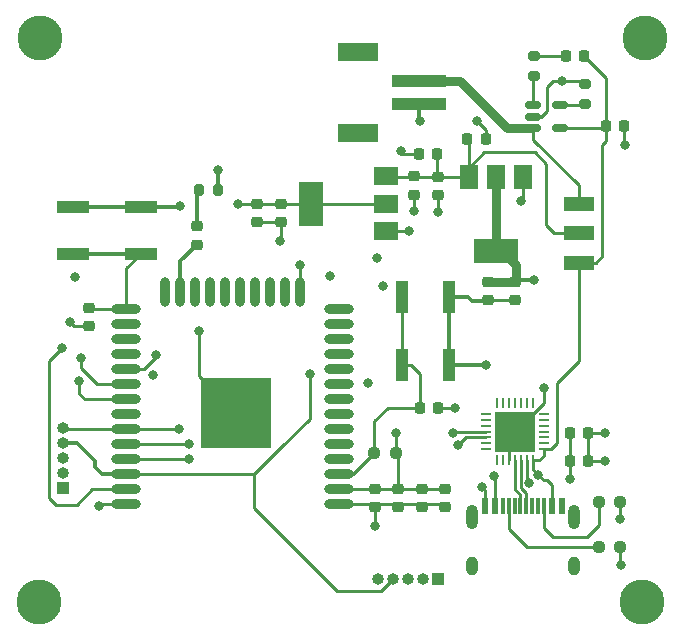
<source format=gtl>
%TF.GenerationSoftware,KiCad,Pcbnew,(6.0.8)*%
%TF.CreationDate,2023-02-13T22:42:50-05:00*%
%TF.ProjectId,miura_board,6d697572-615f-4626-9f61-72642e6b6963,rev?*%
%TF.SameCoordinates,Original*%
%TF.FileFunction,Copper,L1,Top*%
%TF.FilePolarity,Positive*%
%FSLAX46Y46*%
G04 Gerber Fmt 4.6, Leading zero omitted, Abs format (unit mm)*
G04 Created by KiCad (PCBNEW (6.0.8)) date 2023-02-13 22:42:50*
%MOMM*%
%LPD*%
G01*
G04 APERTURE LIST*
G04 Aperture macros list*
%AMRoundRect*
0 Rectangle with rounded corners*
0 $1 Rounding radius*
0 $2 $3 $4 $5 $6 $7 $8 $9 X,Y pos of 4 corners*
0 Add a 4 corners polygon primitive as box body*
4,1,4,$2,$3,$4,$5,$6,$7,$8,$9,$2,$3,0*
0 Add four circle primitives for the rounded corners*
1,1,$1+$1,$2,$3*
1,1,$1+$1,$4,$5*
1,1,$1+$1,$6,$7*
1,1,$1+$1,$8,$9*
0 Add four rect primitives between the rounded corners*
20,1,$1+$1,$2,$3,$4,$5,0*
20,1,$1+$1,$4,$5,$6,$7,0*
20,1,$1+$1,$6,$7,$8,$9,0*
20,1,$1+$1,$8,$9,$2,$3,0*%
G04 Aperture macros list end*
%TA.AperFunction,SMDPad,CuDef*%
%ADD10RoundRect,0.225000X-0.250000X0.225000X-0.250000X-0.225000X0.250000X-0.225000X0.250000X0.225000X0*%
%TD*%
%TA.AperFunction,SMDPad,CuDef*%
%ADD11R,1.500000X2.000000*%
%TD*%
%TA.AperFunction,SMDPad,CuDef*%
%ADD12R,3.800000X2.000000*%
%TD*%
%TA.AperFunction,SMDPad,CuDef*%
%ADD13RoundRect,0.200000X0.275000X-0.200000X0.275000X0.200000X-0.275000X0.200000X-0.275000X-0.200000X0*%
%TD*%
%TA.AperFunction,SMDPad,CuDef*%
%ADD14RoundRect,0.218750X-0.218750X-0.256250X0.218750X-0.256250X0.218750X0.256250X-0.218750X0.256250X0*%
%TD*%
%TA.AperFunction,SMDPad,CuDef*%
%ADD15R,2.000000X1.500000*%
%TD*%
%TA.AperFunction,SMDPad,CuDef*%
%ADD16R,2.000000X3.800000*%
%TD*%
%TA.AperFunction,ComponentPad*%
%ADD17C,3.800000*%
%TD*%
%TA.AperFunction,SMDPad,CuDef*%
%ADD18RoundRect,0.062500X0.062500X-0.337500X0.062500X0.337500X-0.062500X0.337500X-0.062500X-0.337500X0*%
%TD*%
%TA.AperFunction,SMDPad,CuDef*%
%ADD19RoundRect,0.062500X0.337500X-0.062500X0.337500X0.062500X-0.337500X0.062500X-0.337500X-0.062500X0*%
%TD*%
%TA.AperFunction,SMDPad,CuDef*%
%ADD20R,3.350000X3.350000*%
%TD*%
%TA.AperFunction,SMDPad,CuDef*%
%ADD21RoundRect,0.225000X0.225000X0.250000X-0.225000X0.250000X-0.225000X-0.250000X0.225000X-0.250000X0*%
%TD*%
%TA.AperFunction,ComponentPad*%
%ADD22R,1.000000X1.000000*%
%TD*%
%TA.AperFunction,ComponentPad*%
%ADD23O,1.000000X1.000000*%
%TD*%
%TA.AperFunction,SMDPad,CuDef*%
%ADD24RoundRect,0.225000X-0.225000X-0.250000X0.225000X-0.250000X0.225000X0.250000X-0.225000X0.250000X0*%
%TD*%
%TA.AperFunction,SMDPad,CuDef*%
%ADD25R,1.000000X2.750000*%
%TD*%
%TA.AperFunction,SMDPad,CuDef*%
%ADD26O,2.500000X0.900000*%
%TD*%
%TA.AperFunction,SMDPad,CuDef*%
%ADD27O,0.900000X2.500000*%
%TD*%
%TA.AperFunction,SMDPad,CuDef*%
%ADD28R,6.000000X6.000000*%
%TD*%
%TA.AperFunction,SMDPad,CuDef*%
%ADD29RoundRect,0.200000X0.200000X0.275000X-0.200000X0.275000X-0.200000X-0.275000X0.200000X-0.275000X0*%
%TD*%
%TA.AperFunction,SMDPad,CuDef*%
%ADD30R,4.599940X0.998220*%
%TD*%
%TA.AperFunction,SMDPad,CuDef*%
%ADD31R,3.398520X1.597660*%
%TD*%
%TA.AperFunction,SMDPad,CuDef*%
%ADD32RoundRect,0.150000X-0.512500X-0.150000X0.512500X-0.150000X0.512500X0.150000X-0.512500X0.150000X0*%
%TD*%
%TA.AperFunction,SMDPad,CuDef*%
%ADD33RoundRect,0.237500X0.250000X0.237500X-0.250000X0.237500X-0.250000X-0.237500X0.250000X-0.237500X0*%
%TD*%
%TA.AperFunction,SMDPad,CuDef*%
%ADD34R,2.750000X1.000000*%
%TD*%
%TA.AperFunction,SMDPad,CuDef*%
%ADD35R,0.600000X1.450000*%
%TD*%
%TA.AperFunction,SMDPad,CuDef*%
%ADD36R,0.300000X1.450000*%
%TD*%
%TA.AperFunction,ComponentPad*%
%ADD37O,1.000000X2.100000*%
%TD*%
%TA.AperFunction,ComponentPad*%
%ADD38O,1.000000X1.600000*%
%TD*%
%TA.AperFunction,SMDPad,CuDef*%
%ADD39RoundRect,0.237500X-0.250000X-0.237500X0.250000X-0.237500X0.250000X0.237500X-0.250000X0.237500X0*%
%TD*%
%TA.AperFunction,SMDPad,CuDef*%
%ADD40RoundRect,0.218750X-0.256250X0.218750X-0.256250X-0.218750X0.256250X-0.218750X0.256250X0.218750X0*%
%TD*%
%TA.AperFunction,SMDPad,CuDef*%
%ADD41R,2.500000X1.250000*%
%TD*%
%TA.AperFunction,ViaPad*%
%ADD42C,0.800000*%
%TD*%
%TA.AperFunction,Conductor*%
%ADD43C,0.300000*%
%TD*%
%TA.AperFunction,Conductor*%
%ADD44C,0.250000*%
%TD*%
%TA.AperFunction,Conductor*%
%ADD45C,0.800000*%
%TD*%
G04 APERTURE END LIST*
D10*
%TO.P,C10,1*%
%TO.N,+3V3*%
X93900000Y-74925000D03*
%TO.P,C10,2*%
%TO.N,GND*%
X93900000Y-76475000D03*
%TD*%
D11*
%TO.P,U2,1,ADJ*%
%TO.N,GND*%
X102460000Y-48550000D03*
%TO.P,U2,2,VO*%
%TO.N,MOTOR_SUPPLY*%
X100160000Y-48550000D03*
D12*
X100160000Y-54850000D03*
D11*
%TO.P,U2,3,VI*%
%TO.N,VIN*%
X97860000Y-48550000D03*
%TD*%
D10*
%TO.P,C5,1*%
%TO.N,MOTOR_SUPPLY*%
X99500000Y-57425000D03*
%TO.P,C5,2*%
%TO.N,GND*%
X99500000Y-58975000D03*
%TD*%
D13*
%TO.P,R6,1*%
%TO.N,Net-(R6-Pad1)*%
X103372500Y-39965000D03*
%TO.P,R6,2*%
%TO.N,Net-(D1-Pad1)*%
X103372500Y-38315000D03*
%TD*%
D14*
%TO.P,D1,1,K*%
%TO.N,Net-(D1-Pad1)*%
X106085000Y-38340000D03*
%TO.P,D1,2,A*%
%TO.N,VBUS*%
X107660000Y-38340000D03*
%TD*%
D15*
%TO.P,U5,1,ADJ*%
%TO.N,GND*%
X90850000Y-53100000D03*
D16*
%TO.P,U5,2,VO*%
%TO.N,+3V3*%
X84550000Y-50800000D03*
D15*
X90850000Y-50800000D03*
%TO.P,U5,3,VI*%
%TO.N,VIN*%
X90850000Y-48500000D03*
%TD*%
D17*
%TO.P,H1,1,1*%
%TO.N,GND*%
X112760000Y-36760000D03*
%TD*%
D13*
%TO.P,R5,1*%
%TO.N,Net-(R5-Pad1)*%
X107672500Y-42365000D03*
%TO.P,R5,2*%
%TO.N,GND*%
X107672500Y-40715000D03*
%TD*%
D10*
%TO.P,C14,1*%
%TO.N,Net-(C14-Pad1)*%
X65700000Y-59625000D03*
%TO.P,C14,2*%
%TO.N,GND*%
X65700000Y-61175000D03*
%TD*%
D18*
%TO.P,U3,1,~{DCD}*%
%TO.N,unconnected-(U3-Pad1)*%
X100280000Y-72550000D03*
%TO.P,U3,2,~{RI}/CLK*%
%TO.N,unconnected-(U3-Pad2)*%
X100780000Y-72550000D03*
%TO.P,U3,3,GND*%
%TO.N,GND*%
X101280000Y-72550000D03*
%TO.P,U3,4,D+*%
%TO.N,Net-(U3-Pad4)*%
X101780000Y-72550000D03*
%TO.P,U3,5,D-*%
%TO.N,Net-(U3-Pad5)*%
X102280000Y-72550000D03*
%TO.P,U3,6,VDD*%
%TO.N,+3V3*%
X102780000Y-72550000D03*
%TO.P,U3,7,VREGIN*%
%TO.N,VBUS*%
X103280000Y-72550000D03*
D19*
%TO.P,U3,8,VBUS*%
X104230000Y-71600000D03*
%TO.P,U3,9,~{RST}*%
%TO.N,unconnected-(U3-Pad9)*%
X104230000Y-71100000D03*
%TO.P,U3,10,NC*%
%TO.N,unconnected-(U3-Pad10)*%
X104230000Y-70600000D03*
%TO.P,U3,11,~{SUSPEND}*%
%TO.N,unconnected-(U3-Pad11)*%
X104230000Y-70100000D03*
%TO.P,U3,12,SUSPEND*%
%TO.N,unconnected-(U3-Pad12)*%
X104230000Y-69600000D03*
%TO.P,U3,13,CHREN*%
%TO.N,unconnected-(U3-Pad13)*%
X104230000Y-69100000D03*
%TO.P,U3,14,CHR1*%
%TO.N,unconnected-(U3-Pad14)*%
X104230000Y-68600000D03*
D18*
%TO.P,U3,15,CHR0*%
%TO.N,unconnected-(U3-Pad15)*%
X103280000Y-67650000D03*
%TO.P,U3,16,~{WAKEUP}/GPIO.3*%
%TO.N,unconnected-(U3-Pad16)*%
X102780000Y-67650000D03*
%TO.P,U3,17,RS485/GPIO.2*%
%TO.N,unconnected-(U3-Pad17)*%
X102280000Y-67650000D03*
%TO.P,U3,18,~{RXT}/GPIO.1*%
%TO.N,unconnected-(U3-Pad18)*%
X101780000Y-67650000D03*
%TO.P,U3,19,~{TXT}/GPIO.0*%
%TO.N,unconnected-(U3-Pad19)*%
X101280000Y-67650000D03*
%TO.P,U3,20,GPIO.6*%
%TO.N,unconnected-(U3-Pad20)*%
X100780000Y-67650000D03*
%TO.P,U3,21,GPIO.5*%
%TO.N,unconnected-(U3-Pad21)*%
X100280000Y-67650000D03*
D19*
%TO.P,U3,22,GPIO.4*%
%TO.N,unconnected-(U3-Pad22)*%
X99330000Y-68600000D03*
%TO.P,U3,23,~{CTS}*%
%TO.N,unconnected-(U3-Pad23)*%
X99330000Y-69100000D03*
%TO.P,U3,24,~{RTS}*%
%TO.N,unconnected-(U3-Pad24)*%
X99330000Y-69600000D03*
%TO.P,U3,25,RXD*%
%TO.N,RXD0*%
X99330000Y-70100000D03*
%TO.P,U3,26,TXD*%
%TO.N,TXD0*%
X99330000Y-70600000D03*
%TO.P,U3,27,~{DSR}*%
%TO.N,unconnected-(U3-Pad27)*%
X99330000Y-71100000D03*
%TO.P,U3,28,~{DTR}*%
%TO.N,unconnected-(U3-Pad28)*%
X99330000Y-71600000D03*
D20*
%TO.P,U3,29,GND*%
%TO.N,GND*%
X101780000Y-70100000D03*
%TD*%
D10*
%TO.P,C6,1*%
%TO.N,MOTOR_SUPPLY*%
X101800000Y-57425000D03*
%TO.P,C6,2*%
%TO.N,GND*%
X101800000Y-58975000D03*
%TD*%
%TO.P,C2,1*%
%TO.N,VIN*%
X95260000Y-48515000D03*
%TO.P,C2,2*%
%TO.N,GND*%
X95260000Y-50065000D03*
%TD*%
D21*
%TO.P,C4,1*%
%TO.N,VIN*%
X95215000Y-46570000D03*
%TO.P,C4,2*%
%TO.N,GND*%
X93665000Y-46570000D03*
%TD*%
D22*
%TO.P,J3,1,Pin_1*%
%TO.N,+3V3*%
X95250000Y-82600000D03*
D23*
%TO.P,J3,2,Pin_2*%
%TO.N,MOTOR_SUPPLY*%
X93980000Y-82600000D03*
%TO.P,J3,3,Pin_3*%
%TO.N,GND*%
X92710000Y-82600000D03*
%TO.P,J3,4,Pin_4*%
%TO.N,SCL*%
X91440000Y-82600000D03*
%TO.P,J3,5,Pin_5*%
%TO.N,SDA*%
X90170000Y-82600000D03*
%TD*%
D24*
%TO.P,C7,1*%
%TO.N,Net-(C7-Pad1)*%
X93725000Y-68100000D03*
%TO.P,C7,2*%
%TO.N,unconnected-(C7-Pad2)*%
X95275000Y-68100000D03*
%TD*%
%TO.P,C19,1*%
%TO.N,+3V3*%
X106425000Y-70200000D03*
%TO.P,C19,2*%
%TO.N,GND*%
X107975000Y-70200000D03*
%TD*%
D25*
%TO.P,S1,A1,COM_1*%
%TO.N,Net-(C7-Pad1)*%
X92180000Y-64485000D03*
%TO.P,S1,A2,COM_2*%
X92180000Y-58735000D03*
%TO.P,S1,B1,NO_1*%
%TO.N,GND*%
X96180000Y-64485000D03*
%TO.P,S1,B2,NO_2*%
X96180000Y-58735000D03*
%TD*%
D26*
%TO.P,U1,1,GND*%
%TO.N,GND*%
X86890000Y-76270000D03*
%TO.P,U1,2,3V3*%
%TO.N,+3V3*%
X86890000Y-75000000D03*
%TO.P,U1,3,EN*%
%TO.N,Net-(C7-Pad1)*%
X86890000Y-73730000D03*
%TO.P,U1,4,SENSOR_VP*%
%TO.N,unconnected-(U1-Pad4)*%
X86890000Y-72460000D03*
%TO.P,U1,5,SENSOR_VN*%
%TO.N,unconnected-(U1-Pad5)*%
X86890000Y-71190000D03*
%TO.P,U1,6,IO34*%
%TO.N,unconnected-(U1-Pad6)*%
X86890000Y-69920000D03*
%TO.P,U1,7,IO35*%
%TO.N,unconnected-(U1-Pad7)*%
X86890000Y-68650000D03*
%TO.P,U1,8,IO32*%
%TO.N,unconnected-(U1-Pad8)*%
X86890000Y-67380000D03*
%TO.P,U1,9,IO33*%
%TO.N,unconnected-(U1-Pad9)*%
X86890000Y-66110000D03*
%TO.P,U1,10,IO25*%
%TO.N,unconnected-(U1-Pad10)*%
X86890000Y-64840000D03*
%TO.P,U1,11,IO26*%
%TO.N,unconnected-(U1-Pad11)*%
X86890000Y-63570000D03*
%TO.P,U1,12,IO27*%
%TO.N,unconnected-(U1-Pad12)*%
X86890000Y-62300000D03*
%TO.P,U1,13,IO14*%
%TO.N,unconnected-(U1-Pad13)*%
X86890000Y-61030000D03*
%TO.P,U1,14,IO12*%
%TO.N,unconnected-(U1-Pad14)*%
X86890000Y-59760000D03*
D27*
%TO.P,U1,15,GND*%
%TO.N,GND*%
X83605000Y-58270000D03*
%TO.P,U1,16,IO13*%
%TO.N,unconnected-(U1-Pad16)*%
X82335000Y-58270000D03*
%TO.P,U1,17,SD2*%
%TO.N,unconnected-(U1-Pad17)*%
X81065000Y-58270000D03*
%TO.P,U1,18,SD3*%
%TO.N,unconnected-(U1-Pad18)*%
X79795000Y-58270000D03*
%TO.P,U1,19,CMD*%
%TO.N,unconnected-(U1-Pad19)*%
X78525000Y-58270000D03*
%TO.P,U1,20,CLK*%
%TO.N,unconnected-(U1-Pad20)*%
X77255000Y-58270000D03*
%TO.P,U1,21,SDO*%
%TO.N,unconnected-(U1-Pad21)*%
X75985000Y-58270000D03*
%TO.P,U1,22,SD1*%
%TO.N,unconnected-(U1-Pad22)*%
X74715000Y-58270000D03*
%TO.P,U1,23,IO15*%
%TO.N,toggle*%
X73445000Y-58270000D03*
%TO.P,U1,24,IO2*%
%TO.N,unconnected-(U1-Pad24)*%
X72175000Y-58270000D03*
D26*
%TO.P,U1,25,IO0*%
%TO.N,Net-(C14-Pad1)*%
X68890000Y-59760000D03*
%TO.P,U1,26,IO4*%
%TO.N,unconnected-(U1-Pad26)*%
X68890000Y-61030000D03*
%TO.P,U1,27,IO16*%
%TO.N,unconnected-(U1-Pad27)*%
X68890000Y-62300000D03*
%TO.P,U1,28,IO17*%
%TO.N,unconnected-(U1-Pad28)*%
X68890000Y-63570000D03*
%TO.P,U1,29,IO5*%
%TO.N,CS*%
X68890000Y-64840000D03*
%TO.P,U1,30,IO18*%
%TO.N,SCLK*%
X68890000Y-66110000D03*
%TO.P,U1,31,IO19*%
%TO.N,MISO*%
X68890000Y-67380000D03*
%TO.P,U1,32,NC*%
%TO.N,unconnected-(U1-Pad32)*%
X68890000Y-68650000D03*
%TO.P,U1,33,IO21*%
%TO.N,SDA*%
X68890000Y-69920000D03*
%TO.P,U1,34,RXD0*%
%TO.N,RXD0*%
X68890000Y-71190000D03*
%TO.P,U1,35,TXD0*%
%TO.N,TXD0*%
X68890000Y-72460000D03*
%TO.P,U1,36,IO22*%
%TO.N,SCL*%
X68890000Y-73730000D03*
%TO.P,U1,37,IO23*%
%TO.N,MOSI*%
X68890000Y-75000000D03*
%TO.P,U1,38,GND*%
%TO.N,GND*%
X68890000Y-76270000D03*
D28*
%TO.P,U1,39,GND-PAD*%
X78190000Y-68570000D03*
%TD*%
D24*
%TO.P,C18,1*%
%TO.N,VBUS*%
X109497500Y-44240000D03*
%TO.P,C18,2*%
%TO.N,GND*%
X111047500Y-44240000D03*
%TD*%
%TO.P,C20,1*%
%TO.N,+3V3*%
X106425000Y-72600000D03*
%TO.P,C20,2*%
%TO.N,GND*%
X107975000Y-72600000D03*
%TD*%
D10*
%TO.P,C9,1*%
%TO.N,+3V3*%
X82000000Y-50825000D03*
%TO.P,C9,2*%
%TO.N,GND*%
X82000000Y-52375000D03*
%TD*%
D29*
%TO.P,R7,1*%
%TO.N,GND*%
X76645000Y-49640000D03*
%TO.P,R7,2*%
%TO.N,Net-(D2-Pad1)*%
X74995000Y-49640000D03*
%TD*%
D30*
%TO.P,J6,1,Pin_1*%
%TO.N,VBAT*%
X93698240Y-40401780D03*
%TO.P,J6,2,Pin_2*%
%TO.N,GND*%
X93698240Y-42398220D03*
D31*
%TO.P,J6,NC1*%
%TO.N,N/C*%
X88501400Y-44798520D03*
%TO.P,J6,NC2*%
X88501400Y-38001480D03*
%TD*%
D32*
%TO.P,U4,1,STAT*%
%TO.N,Net-(R6-Pad1)*%
X103335000Y-42490000D03*
%TO.P,U4,2,VSS*%
%TO.N,GND*%
X103335000Y-43440000D03*
%TO.P,U4,3,VBAT*%
%TO.N,VBAT*%
X103335000Y-44390000D03*
%TO.P,U4,4,VDD*%
%TO.N,VBUS*%
X105610000Y-44390000D03*
%TO.P,U4,5,PROG*%
%TO.N,Net-(R5-Pad1)*%
X105610000Y-42490000D03*
%TD*%
D33*
%TO.P,R1,1*%
%TO.N,+3V3*%
X91712500Y-71900000D03*
%TO.P,R1,2*%
%TO.N,Net-(C7-Pad1)*%
X89887500Y-71900000D03*
%TD*%
D10*
%TO.P,C13,1*%
%TO.N,+3V3*%
X95900000Y-74925000D03*
%TO.P,C13,2*%
%TO.N,GND*%
X95900000Y-76475000D03*
%TD*%
D17*
%TO.P,H3,1,1*%
%TO.N,GND*%
X61460000Y-84530000D03*
%TD*%
D10*
%TO.P,C8,1*%
%TO.N,+3V3*%
X79900000Y-50825000D03*
%TO.P,C8,2*%
%TO.N,GND*%
X79900000Y-52375000D03*
%TD*%
D17*
%TO.P,H2,1,1*%
%TO.N,GND*%
X61540000Y-36810000D03*
%TD*%
%TO.P,H4,1,1*%
%TO.N,GND*%
X112510000Y-84560000D03*
%TD*%
D34*
%TO.P,S2,A1,COM_1*%
%TO.N,GND*%
X64345000Y-51070000D03*
%TO.P,S2,A2,COM_2*%
X70095000Y-51070000D03*
%TO.P,S2,B1,NO_1*%
%TO.N,Net-(C14-Pad1)*%
X64345000Y-55070000D03*
%TO.P,S2,B2,NO_2*%
X70095000Y-55070000D03*
%TD*%
D35*
%TO.P,USB1,1,GND*%
%TO.N,GND*%
X99275000Y-76390000D03*
%TO.P,USB1,2,VBUS*%
%TO.N,VBUS*%
X100050000Y-76390000D03*
D36*
%TO.P,USB1,3,SBU2*%
%TO.N,unconnected-(USB1-Pad3)*%
X100750000Y-76390000D03*
%TO.P,USB1,4,CC1*%
%TO.N,Net-(R3-Pad1)*%
X101250000Y-76390000D03*
%TO.P,USB1,5,DN2*%
%TO.N,unconnected-(USB1-Pad5)*%
X101750000Y-76390000D03*
%TO.P,USB1,6,DP1*%
%TO.N,Net-(U3-Pad4)*%
X102250000Y-76390000D03*
%TO.P,USB1,7,DN1*%
%TO.N,Net-(U3-Pad5)*%
X102750000Y-76390000D03*
%TO.P,USB1,8,DP2*%
%TO.N,unconnected-(USB1-Pad8)*%
X103250000Y-76390000D03*
%TO.P,USB1,9,SBU1*%
%TO.N,unconnected-(USB1-Pad9)*%
X103750000Y-76390000D03*
%TO.P,USB1,10,CC2*%
%TO.N,Net-(R4-Pad1)*%
X104250000Y-76390000D03*
D35*
%TO.P,USB1,11,VBUS*%
%TO.N,VBUS*%
X104950000Y-76390000D03*
%TO.P,USB1,12,GND*%
%TO.N,GND*%
X105725000Y-76390000D03*
D37*
%TO.P,USB1,13,SHIELD*%
X106820000Y-77305000D03*
D38*
X98180000Y-81485000D03*
D37*
X98180000Y-77305000D03*
D38*
X106820000Y-81485000D03*
%TD*%
D39*
%TO.P,R4,1*%
%TO.N,Net-(R4-Pad1)*%
X108887500Y-76100000D03*
%TO.P,R4,2*%
%TO.N,GND*%
X110712500Y-76100000D03*
%TD*%
D22*
%TO.P,J2,1,Pin_1*%
%TO.N,+3V3*%
X63500000Y-74850000D03*
D23*
%TO.P,J2,2,Pin_2*%
%TO.N,MOTOR_SUPPLY*%
X63500000Y-73580000D03*
%TO.P,J2,3,Pin_3*%
%TO.N,GND*%
X63500000Y-72310000D03*
%TO.P,J2,4,Pin_4*%
%TO.N,SCL*%
X63500000Y-71040000D03*
%TO.P,J2,5,Pin_5*%
%TO.N,SDA*%
X63500000Y-69770000D03*
%TD*%
D40*
%TO.P,D2,1,K*%
%TO.N,Net-(D2-Pad1)*%
X74820000Y-52690000D03*
%TO.P,D2,2,A*%
%TO.N,toggle*%
X74820000Y-54265000D03*
%TD*%
D24*
%TO.P,C1,1*%
%TO.N,VIN*%
X97745000Y-45320000D03*
%TO.P,C1,2*%
%TO.N,GND*%
X99295000Y-45320000D03*
%TD*%
D10*
%TO.P,C12,1*%
%TO.N,+3V3*%
X89900000Y-74925000D03*
%TO.P,C12,2*%
%TO.N,GND*%
X89900000Y-76475000D03*
%TD*%
D41*
%TO.P,SW1,1,A*%
%TO.N,VBUS*%
X107210000Y-55800000D03*
%TO.P,SW1,2,B*%
%TO.N,VIN*%
X107210000Y-53300000D03*
%TO.P,SW1,3,C*%
%TO.N,VBAT*%
X107210000Y-50800000D03*
%TD*%
D10*
%TO.P,C3,1*%
%TO.N,VIN*%
X93240000Y-48505000D03*
%TO.P,C3,2*%
%TO.N,GND*%
X93240000Y-50055000D03*
%TD*%
D39*
%TO.P,R3,1*%
%TO.N,Net-(R3-Pad1)*%
X108887500Y-79900000D03*
%TO.P,R3,2*%
%TO.N,GND*%
X110712500Y-79900000D03*
%TD*%
D10*
%TO.P,C11,1*%
%TO.N,+3V3*%
X91900000Y-74925000D03*
%TO.P,C11,2*%
%TO.N,GND*%
X91900000Y-76475000D03*
%TD*%
D42*
%TO.N,GND*%
X66600000Y-76400000D03*
X64500000Y-57000000D03*
X98580000Y-43830000D03*
X93700000Y-43800000D03*
X105772500Y-40440000D03*
X95250000Y-51500000D03*
X76630000Y-47940000D03*
X99300000Y-64500000D03*
X71100000Y-65300000D03*
X93260000Y-51450000D03*
X104200000Y-66400000D03*
X90100000Y-55400000D03*
X73400000Y-50990000D03*
X64100000Y-60800000D03*
X102330000Y-50620000D03*
X89300000Y-66000000D03*
X81900000Y-54000000D03*
X92800000Y-53100000D03*
X110700000Y-77500000D03*
X89900000Y-78100000D03*
X109400000Y-70200000D03*
X92110000Y-46370000D03*
X99000000Y-74800000D03*
X111072500Y-45840000D03*
X83600000Y-56000000D03*
X109400000Y-72600000D03*
X110800000Y-81400000D03*
X75000000Y-61600000D03*
%TO.N,+3V3*%
X86100000Y-56900000D03*
X103004500Y-74500000D03*
X106400000Y-74100000D03*
X90600000Y-57800000D03*
X91700000Y-70200000D03*
X78300000Y-50800000D03*
%TO.N,TXD0*%
X97000000Y-71200000D03*
X74200000Y-72400000D03*
%TO.N,RXD0*%
X96500000Y-70200000D03*
X74190000Y-71190000D03*
%TO.N,MOTOR_SUPPLY*%
X103400000Y-57300000D03*
%TO.N,SDA*%
X73300000Y-69900000D03*
%TO.N,SCL*%
X84400000Y-65200000D03*
%TO.N,CS*%
X71400000Y-63600000D03*
%TO.N,SCLK*%
X65000000Y-63900000D03*
%TO.N,MISO*%
X64900000Y-65800000D03*
%TO.N,MOSI*%
X63400000Y-63000000D03*
%TO.N,VBUS*%
X103750000Y-73750000D03*
X100000000Y-73900000D03*
%TO.N,unconnected-(C7-Pad2)*%
X96700000Y-68100000D03*
%TD*%
D43*
%TO.N,GND*%
X70095000Y-51070000D02*
X73320000Y-51070000D01*
X98170000Y-59060000D02*
X99415000Y-59060000D01*
D44*
X89900000Y-76475000D02*
X89900000Y-78100000D01*
X111047500Y-45815000D02*
X111072500Y-45840000D01*
X104472500Y-42940000D02*
X104472500Y-40940000D01*
X90850000Y-53100000D02*
X92800000Y-53100000D01*
X93665000Y-46570000D02*
X92310000Y-46570000D01*
X68890000Y-76270000D02*
X66730000Y-76270000D01*
X101781992Y-70100000D02*
X104200000Y-67681992D01*
X107975000Y-70200000D02*
X109400000Y-70200000D01*
D43*
X73320000Y-51070000D02*
X73400000Y-50990000D01*
X99285000Y-64485000D02*
X99300000Y-64500000D01*
X76645000Y-47955000D02*
X76630000Y-47940000D01*
D44*
X111047500Y-44240000D02*
X111047500Y-45815000D01*
X110712500Y-77487500D02*
X110700000Y-77500000D01*
X75000000Y-61600000D02*
X75000000Y-65380000D01*
X83605000Y-56005000D02*
X83600000Y-56000000D01*
X99500000Y-58975000D02*
X101800000Y-58975000D01*
X93240000Y-50055000D02*
X93240000Y-51230000D01*
X82000000Y-52375000D02*
X82000000Y-53900000D01*
X93260000Y-51250000D02*
X93260000Y-51450000D01*
X99275000Y-75075000D02*
X99000000Y-74800000D01*
X83605000Y-58270000D02*
X83605000Y-56005000D01*
X95260000Y-51490000D02*
X95250000Y-51500000D01*
X93240000Y-51230000D02*
X93260000Y-51250000D01*
X101280000Y-72550000D02*
X101280000Y-70600000D01*
X110712500Y-81312500D02*
X110800000Y-81400000D01*
X75000000Y-65380000D02*
X78190000Y-68570000D01*
D43*
X93698240Y-42398220D02*
X93698240Y-43798240D01*
D44*
X82000000Y-53900000D02*
X81900000Y-54000000D01*
X92310000Y-46570000D02*
X92110000Y-46370000D01*
D43*
X64345000Y-51070000D02*
X70095000Y-51070000D01*
D44*
X102460000Y-48550000D02*
X102460000Y-50490000D01*
X64475000Y-61175000D02*
X64100000Y-60800000D01*
X105772500Y-40440000D02*
X107397500Y-40440000D01*
X86890000Y-76270000D02*
X95695000Y-76270000D01*
D43*
X96180000Y-64485000D02*
X99285000Y-64485000D01*
X93698240Y-43798240D02*
X93700000Y-43800000D01*
D44*
X104200000Y-67681992D02*
X104200000Y-66400000D01*
X104972500Y-40440000D02*
X105772500Y-40440000D01*
X99295000Y-45320000D02*
X99295000Y-44545000D01*
X66730000Y-76270000D02*
X66600000Y-76400000D01*
X104472500Y-40940000D02*
X104972500Y-40440000D01*
X95260000Y-50065000D02*
X95260000Y-51490000D01*
X107397500Y-40440000D02*
X107672500Y-40715000D01*
X99275000Y-76390000D02*
X99275000Y-75075000D01*
D43*
X96180000Y-58735000D02*
X97845000Y-58735000D01*
D44*
X101780000Y-70100000D02*
X101781992Y-70100000D01*
X101280000Y-70600000D02*
X101780000Y-70100000D01*
X65700000Y-61175000D02*
X64475000Y-61175000D01*
X102460000Y-50490000D02*
X102330000Y-50620000D01*
X107975000Y-70200000D02*
X107975000Y-72600000D01*
D43*
X96180000Y-58735000D02*
X96180000Y-64485000D01*
D44*
X99295000Y-44545000D02*
X98580000Y-43830000D01*
X95695000Y-76270000D02*
X95900000Y-76475000D01*
D43*
X76645000Y-49640000D02*
X76645000Y-47955000D01*
D44*
X103335000Y-43440000D02*
X103972500Y-43440000D01*
X103972500Y-43440000D02*
X104472500Y-42940000D01*
X110712500Y-79900000D02*
X110712500Y-81312500D01*
X110712500Y-76100000D02*
X110712500Y-77487500D01*
D43*
X97845000Y-58735000D02*
X98170000Y-59060000D01*
D44*
X107975000Y-72600000D02*
X109400000Y-72600000D01*
D43*
X99415000Y-59060000D02*
X99500000Y-58975000D01*
D44*
X79900000Y-52375000D02*
X82000000Y-52375000D01*
%TO.N,+3V3*%
X91900000Y-74925000D02*
X91900000Y-72087500D01*
X95825000Y-75000000D02*
X95900000Y-74925000D01*
X106425000Y-72600000D02*
X106425000Y-74075000D01*
X79900000Y-50825000D02*
X78325000Y-50825000D01*
X91712500Y-70212500D02*
X91700000Y-70200000D01*
X86890000Y-75000000D02*
X95825000Y-75000000D01*
X102780000Y-74275500D02*
X103004500Y-74500000D01*
X91900000Y-72087500D02*
X91712500Y-71900000D01*
X106425000Y-74075000D02*
X106400000Y-74100000D01*
X91712500Y-71900000D02*
X91712500Y-70212500D01*
X78325000Y-50825000D02*
X78300000Y-50800000D01*
X106425000Y-70200000D02*
X106425000Y-72600000D01*
X102780000Y-72550000D02*
X102780000Y-74275500D01*
X79900000Y-50825000D02*
X79925000Y-50800000D01*
X84550000Y-50800000D02*
X90850000Y-50800000D01*
X79925000Y-50800000D02*
X84550000Y-50800000D01*
%TO.N,TXD0*%
X99330000Y-70600000D02*
X97600000Y-70600000D01*
X97600000Y-70600000D02*
X97000000Y-71200000D01*
X68890000Y-72460000D02*
X74140000Y-72460000D01*
X74140000Y-72460000D02*
X74200000Y-72400000D01*
%TO.N,RXD0*%
X99330000Y-70100000D02*
X96600000Y-70100000D01*
X68890000Y-71190000D02*
X74190000Y-71190000D01*
X96600000Y-70100000D02*
X96500000Y-70200000D01*
D43*
%TO.N,MOTOR_SUPPLY*%
X101925000Y-57300000D02*
X101800000Y-57425000D01*
D45*
X100720000Y-54850000D02*
X101860000Y-55990000D01*
X101800000Y-57425000D02*
X99500000Y-57425000D01*
D43*
X103400000Y-57300000D02*
X101925000Y-57300000D01*
D45*
X100160000Y-54850000D02*
X100720000Y-54850000D01*
X101860000Y-57365000D02*
X101800000Y-57425000D01*
X100160000Y-48550000D02*
X100160000Y-54850000D01*
X101860000Y-55990000D02*
X101860000Y-57365000D01*
D44*
%TO.N,SDA*%
X73280000Y-69920000D02*
X73300000Y-69900000D01*
X68890000Y-69920000D02*
X63650000Y-69920000D01*
X63650000Y-69920000D02*
X63500000Y-69770000D01*
X68890000Y-69920000D02*
X73280000Y-69920000D01*
D43*
%TO.N,SCL*%
X66190000Y-72570000D02*
X66190000Y-73090000D01*
D44*
X90440000Y-83600000D02*
X91440000Y-82600000D01*
D43*
X64660000Y-71040000D02*
X66190000Y-72570000D01*
D44*
X82000000Y-71410000D02*
X84400000Y-69010000D01*
X86700000Y-83600000D02*
X90440000Y-83600000D01*
D43*
X66830000Y-73730000D02*
X68890000Y-73730000D01*
D44*
X79680000Y-76580000D02*
X86700000Y-83600000D01*
X79680000Y-73730000D02*
X79680000Y-76580000D01*
D43*
X63500000Y-71040000D02*
X64660000Y-71040000D01*
D44*
X68890000Y-73730000D02*
X79680000Y-73730000D01*
X79680000Y-73730000D02*
X82000000Y-71410000D01*
X84400000Y-69010000D02*
X84400000Y-65200000D01*
D43*
X66190000Y-73090000D02*
X66830000Y-73730000D01*
D44*
%TO.N,Net-(C7-Pad1)*%
X92965000Y-64485000D02*
X92180000Y-64485000D01*
X88057500Y-73730000D02*
X86890000Y-73730000D01*
X93725000Y-68100000D02*
X93725000Y-65245000D01*
X93725000Y-65245000D02*
X92965000Y-64485000D01*
X89887500Y-71900000D02*
X88057500Y-73730000D01*
X92180000Y-64485000D02*
X92180000Y-58735000D01*
X89887500Y-71900000D02*
X89887500Y-69212500D01*
X91000000Y-68100000D02*
X93725000Y-68100000D01*
X89887500Y-69212500D02*
X91000000Y-68100000D01*
%TO.N,Net-(C14-Pad1)*%
X65835000Y-59760000D02*
X65700000Y-59625000D01*
X68890000Y-59760000D02*
X65835000Y-59760000D01*
X68890000Y-56275000D02*
X70095000Y-55070000D01*
X68890000Y-59760000D02*
X68890000Y-56275000D01*
D43*
X64345000Y-55070000D02*
X70095000Y-55070000D01*
D44*
%TO.N,VBAT*%
X103335000Y-45385000D02*
X103335000Y-44390000D01*
D45*
X101100000Y-44400000D02*
X103325000Y-44400000D01*
D44*
X107210000Y-50800000D02*
X107210000Y-49260000D01*
D45*
X97101780Y-40401780D02*
X101100000Y-44400000D01*
D44*
X103335000Y-44390000D02*
X103742500Y-44390000D01*
D45*
X103325000Y-44400000D02*
X103335000Y-44390000D01*
X93698240Y-40401780D02*
X97101780Y-40401780D01*
D44*
X107210000Y-49260000D02*
X103335000Y-45385000D01*
X102950749Y-44390000D02*
X103335000Y-44390000D01*
%TO.N,CS*%
X70360000Y-64840000D02*
X71400000Y-63800000D01*
X68890000Y-64840000D02*
X70360000Y-64840000D01*
X71400000Y-63800000D02*
X71400000Y-63600000D01*
%TO.N,SCLK*%
X66410000Y-66110000D02*
X68890000Y-66110000D01*
X65000000Y-64700000D02*
X66410000Y-66110000D01*
X65000000Y-63900000D02*
X65000000Y-64700000D01*
%TO.N,MISO*%
X64900000Y-66900000D02*
X65380000Y-67380000D01*
X64900000Y-65800000D02*
X64900000Y-66900000D01*
X65380000Y-67380000D02*
X68890000Y-67380000D01*
%TO.N,MOSI*%
X64700000Y-76300000D02*
X66000000Y-75000000D01*
X66000000Y-75000000D02*
X68890000Y-75000000D01*
X62300000Y-75700000D02*
X62900000Y-76300000D01*
X63400000Y-63000000D02*
X62300000Y-64100000D01*
X62900000Y-76300000D02*
X64700000Y-76300000D01*
X62300000Y-64100000D02*
X62300000Y-75700000D01*
%TO.N,Net-(R3-Pad1)*%
X101250000Y-76390000D02*
X101250000Y-78350000D01*
X102800000Y-79900000D02*
X108887500Y-79900000D01*
X101250000Y-78350000D02*
X102800000Y-79900000D01*
%TO.N,Net-(R4-Pad1)*%
X107900000Y-79000000D02*
X108887500Y-78012500D01*
X104250000Y-76390000D02*
X104250000Y-78250000D01*
X108887500Y-78012500D02*
X108887500Y-76100000D01*
X104250000Y-78250000D02*
X105000000Y-79000000D01*
X105000000Y-79000000D02*
X107900000Y-79000000D01*
%TO.N,Net-(R5-Pad1)*%
X107547500Y-42490000D02*
X107672500Y-42365000D01*
X105610000Y-42490000D02*
X107547500Y-42490000D01*
%TO.N,Net-(R6-Pad1)*%
X103335000Y-42490000D02*
X103335000Y-40002500D01*
X103335000Y-40002500D02*
X103372500Y-39965000D01*
%TO.N,Net-(D1-Pad1)*%
X106060000Y-38315000D02*
X106085000Y-38340000D01*
X103372500Y-38315000D02*
X106060000Y-38315000D01*
%TO.N,Net-(U3-Pad4)*%
X101780000Y-72550000D02*
X101780000Y-74980000D01*
X102250000Y-75450000D02*
X102250000Y-76390000D01*
X101780000Y-74980000D02*
X102250000Y-75450000D01*
%TO.N,Net-(U3-Pad5)*%
X102280000Y-72550000D02*
X102280000Y-74843604D01*
X102280000Y-74843604D02*
X102750000Y-75313604D01*
X102750000Y-75313604D02*
X102750000Y-76390000D01*
%TO.N,VBUS*%
X107210000Y-64090000D02*
X105300000Y-66000000D01*
X103750000Y-73750000D02*
X104200000Y-74200000D01*
X109530000Y-45480000D02*
X109135479Y-45874521D01*
X103280000Y-72550000D02*
X103280000Y-73280000D01*
X100050000Y-76390000D02*
X100050000Y-73950000D01*
X103280000Y-72550000D02*
X103850000Y-72550000D01*
X104230000Y-71600000D02*
X104800000Y-71600000D01*
X100050000Y-73950000D02*
X100000000Y-73900000D01*
X104230000Y-72170000D02*
X104230000Y-71600000D01*
X109497500Y-44240000D02*
X109530000Y-44272500D01*
X107210000Y-55800000D02*
X107210000Y-64090000D01*
X104950000Y-74650000D02*
X104950000Y-76390000D01*
X108610000Y-55800000D02*
X107210000Y-55800000D01*
X109530000Y-44272500D02*
X109530000Y-45480000D01*
X103280000Y-73280000D02*
X103750000Y-73750000D01*
X109497500Y-40177500D02*
X109497500Y-44240000D01*
X103850000Y-72550000D02*
X104230000Y-72170000D01*
X105610000Y-44390000D02*
X109347500Y-44390000D01*
X109347500Y-44390000D02*
X109497500Y-44240000D01*
X104200000Y-74200000D02*
X104500000Y-74200000D01*
X109135479Y-55274521D02*
X108610000Y-55800000D01*
X105300000Y-71100000D02*
X105300000Y-66000000D01*
X109135479Y-45874521D02*
X109135479Y-55274521D01*
X104500000Y-74200000D02*
X104950000Y-74650000D01*
X107660000Y-38340000D02*
X109497500Y-40177500D01*
X104800000Y-71600000D02*
X105300000Y-71100000D01*
%TO.N,unconnected-(C7-Pad2)*%
X95275000Y-68100000D02*
X96700000Y-68100000D01*
X96730000Y-68070000D02*
X96700000Y-68100000D01*
D43*
%TO.N,Net-(D2-Pad1)*%
X74820000Y-49815000D02*
X74995000Y-49640000D01*
X74820000Y-52690000D02*
X74820000Y-49815000D01*
%TO.N,toggle*%
X73445000Y-58270000D02*
X73445000Y-55640000D01*
X73445000Y-55640000D02*
X74820000Y-54265000D01*
D44*
%TO.N,VIN*%
X90850000Y-48500000D02*
X90900000Y-48550000D01*
X97860000Y-45435000D02*
X97860000Y-48550000D01*
X97860000Y-47750000D02*
X99160000Y-46450000D01*
X99160000Y-46450000D02*
X103440000Y-46450000D01*
X97745000Y-45320000D02*
X97860000Y-45435000D01*
X105090000Y-53300000D02*
X107210000Y-53300000D01*
X103440000Y-46450000D02*
X104420000Y-47430000D01*
X104420000Y-52650000D02*
X105080000Y-53310000D01*
X104420000Y-47430000D02*
X104420000Y-52650000D01*
X105080000Y-53310000D02*
X105090000Y-53300000D01*
X97860000Y-48550000D02*
X97860000Y-47750000D01*
X90900000Y-48550000D02*
X97860000Y-48550000D01*
X95215000Y-48470000D02*
X95260000Y-48515000D01*
X95215000Y-46570000D02*
X95215000Y-48470000D01*
%TD*%
M02*

</source>
